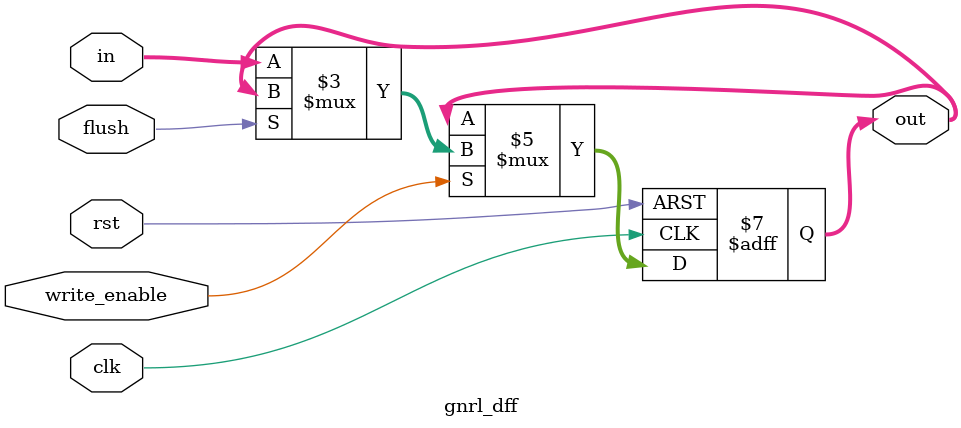
<source format=v>
module gnrl_dff #(parameter WIDTH = 32)(
    input wire clk, 
    input wire rst, 
    input wire write_enable, 
    input wire flush,
    input wire [WIDTH-1:0] in,
    output reg [WIDTH-1:0] out
    );
    //warning
    always@(posedge clk, posedge rst)//?
    begin
        if(rst)
            out <= 0;
        else if(write_enable)
        begin
            if(flush)
                out <= out;
            else
                out <= in;
        end
    end
    
    /*always@(posedge rst)
    begin
        out = 0;
    end*/
    
endmodule

</source>
